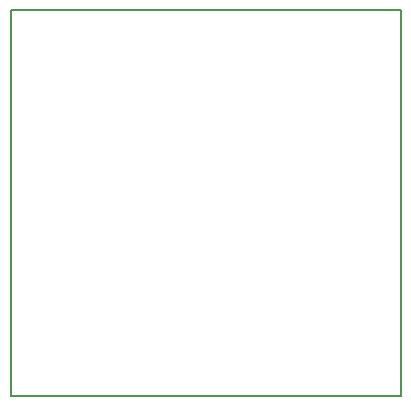
<source format=gbr>
G04 DipTrace 3.0.0.2*
G04 BoardOutline.gbr*
%MOIN*%
G04 #@! TF.FileFunction,Profile*
G04 #@! TF.Part,Single*
%ADD11C,0.005512*%
%FSLAX26Y26*%
G04*
G70*
G90*
G75*
G01*
G04 BoardOutline*
%LPD*%
X394000Y1681500D2*
D11*
X1694000D1*
Y394000D1*
X394000D1*
Y1681500D1*
M02*

</source>
